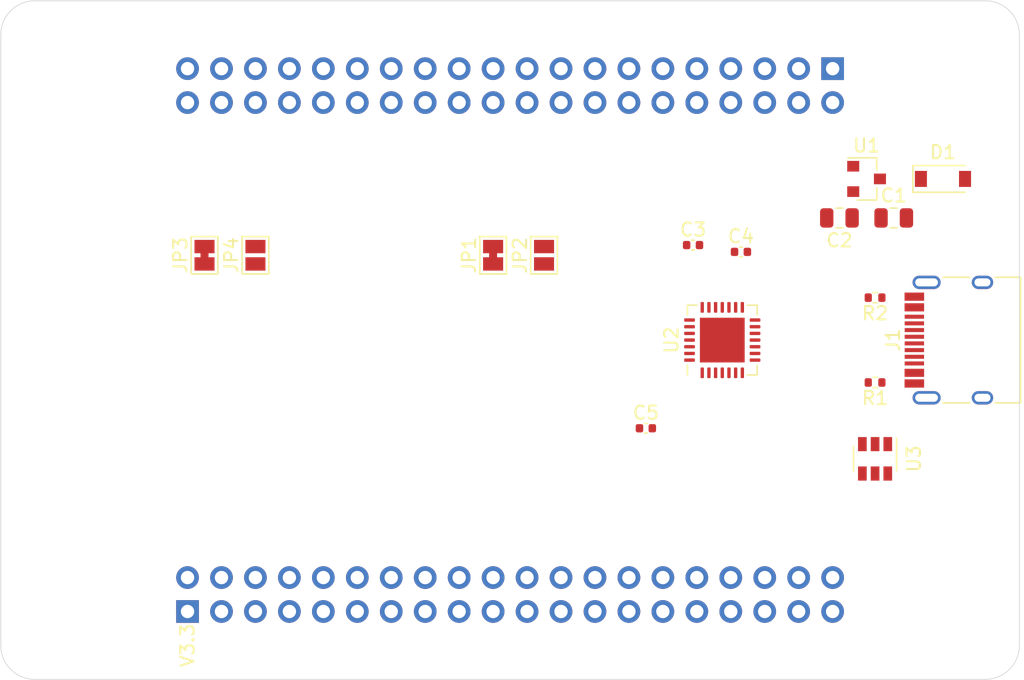
<source format=kicad_pcb>
(kicad_pcb (version 20171130) (host pcbnew 5.1.9+dfsg1-1)

  (general
    (thickness 1.6)
    (drawings 8)
    (tracks 0)
    (zones 0)
    (modules 17)
    (nets 119)
  )

  (page A4)
  (layers
    (0 F.Cu signal)
    (31 B.Cu signal)
    (32 B.Adhes user)
    (33 F.Adhes user)
    (34 B.Paste user)
    (35 F.Paste user)
    (36 B.SilkS user)
    (37 F.SilkS user)
    (38 B.Mask user)
    (39 F.Mask user)
    (40 Dwgs.User user)
    (41 Cmts.User user)
    (42 Eco1.User user)
    (43 Eco2.User user)
    (44 Edge.Cuts user)
    (45 Margin user)
    (46 B.CrtYd user)
    (47 F.CrtYd user)
    (48 B.Fab user hide)
    (49 F.Fab user hide)
  )

  (setup
    (last_trace_width 0.25)
    (trace_clearance 0.2)
    (zone_clearance 0.508)
    (zone_45_only no)
    (trace_min 0.2)
    (via_size 0.8)
    (via_drill 0.4)
    (via_min_size 0.4)
    (via_min_drill 0.3)
    (uvia_size 0.3)
    (uvia_drill 0.1)
    (uvias_allowed no)
    (uvia_min_size 0.2)
    (uvia_min_drill 0.1)
    (edge_width 0.05)
    (segment_width 0.2)
    (pcb_text_width 0.3)
    (pcb_text_size 1.5 1.5)
    (mod_edge_width 0.12)
    (mod_text_size 1 1)
    (mod_text_width 0.15)
    (pad_size 1.524 1.524)
    (pad_drill 0.762)
    (pad_to_mask_clearance 0)
    (aux_axis_origin 0 0)
    (grid_origin 152.4 101.6)
    (visible_elements FFFFFF7F)
    (pcbplotparams
      (layerselection 0x010fc_ffffffff)
      (usegerberextensions false)
      (usegerberattributes true)
      (usegerberadvancedattributes true)
      (creategerberjobfile true)
      (excludeedgelayer true)
      (linewidth 0.100000)
      (plotframeref false)
      (viasonmask false)
      (mode 1)
      (useauxorigin false)
      (hpglpennumber 1)
      (hpglpenspeed 20)
      (hpglpendiameter 15.000000)
      (psnegative false)
      (psa4output false)
      (plotreference true)
      (plotvalue true)
      (plotinvisibletext false)
      (padsonsilk false)
      (subtractmaskfromsilk false)
      (outputformat 1)
      (mirror false)
      (drillshape 1)
      (scaleselection 1)
      (outputdirectory ""))
  )

  (net 0 "")
  (net 1 GND)
  (net 2 +5V)
  (net 3 +3V3)
  (net 4 VBUS)
  (net 5 "Net-(J1-PadB8)")
  (net 6 "Net-(J1-PadA5)")
  (net 7 "Net-(J1-PadA8)")
  (net 8 "Net-(J1-PadB5)")
  (net 9 "Net-(J2-Pad80)")
  (net 10 "Net-(J2-Pad79)")
  (net 11 "Net-(J2-Pad78)")
  (net 12 "Net-(J2-Pad77)")
  (net 13 "Net-(J2-Pad76)")
  (net 14 "Net-(J2-Pad75)")
  (net 15 "Net-(J2-Pad74)")
  (net 16 "Net-(J2-Pad73)")
  (net 17 "Net-(J2-Pad72)")
  (net 18 "Net-(J2-Pad71)")
  (net 19 "Net-(J2-Pad70)")
  (net 20 "Net-(J2-Pad69)")
  (net 21 "Net-(J2-Pad66)")
  (net 22 "Net-(J2-Pad65)")
  (net 23 "Net-(J2-Pad64)")
  (net 24 "Net-(J2-Pad63)")
  (net 25 "Net-(J2-Pad62)")
  (net 26 "Net-(J2-Pad61)")
  (net 27 "Net-(J2-Pad60)")
  (net 28 "Net-(J2-Pad59)")
  (net 29 "Net-(J2-Pad58)")
  (net 30 "Net-(J2-Pad57)")
  (net 31 "Net-(J2-Pad56)")
  (net 32 "Net-(J2-Pad55)")
  (net 33 "Net-(J2-Pad54)")
  (net 34 "Net-(J2-Pad53)")
  (net 35 "Net-(J2-Pad52)")
  (net 36 "Net-(J2-Pad49)")
  (net 37 "Net-(J2-Pad48)")
  (net 38 "Net-(J2-Pad47)")
  (net 39 "Net-(J2-Pad46)")
  (net 40 "Net-(J2-Pad45)")
  (net 41 "Net-(J2-Pad44)")
  (net 42 "Net-(J2-Pad43)")
  (net 43 "Net-(J2-Pad42)")
  (net 44 "Net-(J2-Pad41)")
  (net 45 "Net-(J2-Pad40)")
  (net 46 "Net-(J2-Pad39)")
  (net 47 "Net-(J2-Pad38)")
  (net 48 "Net-(J2-Pad37)")
  (net 49 "Net-(J2-Pad36)")
  (net 50 "Net-(J2-Pad35)")
  (net 51 "Net-(J2-Pad34)")
  (net 52 "Net-(J2-Pad33)")
  (net 53 "Net-(J2-Pad32)")
  (net 54 "Net-(J2-Pad31)")
  (net 55 "Net-(J2-Pad30)")
  (net 56 "Net-(J2-Pad29)")
  (net 57 "Net-(J2-Pad28)")
  (net 58 "Net-(J2-Pad27)")
  (net 59 "Net-(J2-Pad26)")
  (net 60 "Net-(J2-Pad25)")
  (net 61 "Net-(J2-Pad24)")
  (net 62 "Net-(J2-Pad23)")
  (net 63 "Net-(J2-Pad22)")
  (net 64 "Net-(J2-Pad21)")
  (net 65 "Net-(J2-Pad20)")
  (net 66 "Net-(J2-Pad19)")
  (net 67 "Net-(J2-Pad18)")
  (net 68 "Net-(J2-Pad17)")
  (net 69 "Net-(J2-Pad16)")
  (net 70 "Net-(J2-Pad15)")
  (net 71 "Net-(J2-Pad14)")
  (net 72 "Net-(J2-Pad13)")
  (net 73 "Net-(J2-Pad12)")
  (net 74 "Net-(J2-Pad11)")
  (net 75 "Net-(J2-Pad10)")
  (net 76 "Net-(J2-Pad9)")
  (net 77 "Net-(J2-Pad8)")
  (net 78 "Net-(J2-Pad7)")
  (net 79 "Net-(J2-Pad6)")
  (net 80 "Net-(J2-Pad5)")
  (net 81 "Net-(J2-Pad4)")
  (net 82 "Net-(J2-Pad3)")
  (net 83 "Net-(J2-Pad2)")
  (net 84 "Net-(J2-Pad1)")
  (net 85 "Net-(U2-Pad29)")
  (net 86 "Net-(U2-Pad28)")
  (net 87 "Net-(U2-Pad27)")
  (net 88 "Net-(U2-Pad24)")
  (net 89 "Net-(U2-Pad23)")
  (net 90 "Net-(U2-Pad22)")
  (net 91 "Net-(U2-Pad21)")
  (net 92 "Net-(U2-Pad20)")
  (net 93 "Net-(U2-Pad19)")
  (net 94 "Net-(U2-Pad18)")
  (net 95 "Net-(U2-Pad17)")
  (net 96 "Net-(U2-Pad16)")
  (net 97 "Net-(U2-Pad15)")
  (net 98 "Net-(U2-Pad14)")
  (net 99 "Net-(U2-Pad13)")
  (net 100 "Net-(U2-Pad12)")
  (net 101 "Net-(U2-Pad11)")
  (net 102 "Net-(U2-Pad10)")
  (net 103 "Net-(U2-Pad9)")
  (net 104 "Net-(U2-Pad8)")
  (net 105 "Net-(U2-Pad7)")
  (net 106 "Net-(U2-Pad6)")
  (net 107 "Net-(U2-Pad2)")
  (net 108 "Net-(U2-Pad1)")
  (net 109 DM)
  (net 110 DP)
  (net 111 "Net-(JP1-Pad1)")
  (net 112 U1RX0)
  (net 113 U1TX0)
  (net 114 U1RX1)
  (net 115 U1TX1)
  (net 116 "Net-(JP3-Pad1)")
  (net 117 "Net-(U3-Pad3)")
  (net 118 "Net-(U3-Pad1)")

  (net_class Default "This is the default net class."
    (clearance 0.2)
    (trace_width 0.25)
    (via_dia 0.8)
    (via_drill 0.4)
    (uvia_dia 0.3)
    (uvia_drill 0.1)
    (add_net +3V3)
    (add_net +5V)
    (add_net DM)
    (add_net DP)
    (add_net GND)
    (add_net "Net-(J1-PadA5)")
    (add_net "Net-(J1-PadA8)")
    (add_net "Net-(J1-PadB5)")
    (add_net "Net-(J1-PadB8)")
    (add_net "Net-(J2-Pad1)")
    (add_net "Net-(J2-Pad10)")
    (add_net "Net-(J2-Pad11)")
    (add_net "Net-(J2-Pad12)")
    (add_net "Net-(J2-Pad13)")
    (add_net "Net-(J2-Pad14)")
    (add_net "Net-(J2-Pad15)")
    (add_net "Net-(J2-Pad16)")
    (add_net "Net-(J2-Pad17)")
    (add_net "Net-(J2-Pad18)")
    (add_net "Net-(J2-Pad19)")
    (add_net "Net-(J2-Pad2)")
    (add_net "Net-(J2-Pad20)")
    (add_net "Net-(J2-Pad21)")
    (add_net "Net-(J2-Pad22)")
    (add_net "Net-(J2-Pad23)")
    (add_net "Net-(J2-Pad24)")
    (add_net "Net-(J2-Pad25)")
    (add_net "Net-(J2-Pad26)")
    (add_net "Net-(J2-Pad27)")
    (add_net "Net-(J2-Pad28)")
    (add_net "Net-(J2-Pad29)")
    (add_net "Net-(J2-Pad3)")
    (add_net "Net-(J2-Pad30)")
    (add_net "Net-(J2-Pad31)")
    (add_net "Net-(J2-Pad32)")
    (add_net "Net-(J2-Pad33)")
    (add_net "Net-(J2-Pad34)")
    (add_net "Net-(J2-Pad35)")
    (add_net "Net-(J2-Pad36)")
    (add_net "Net-(J2-Pad37)")
    (add_net "Net-(J2-Pad38)")
    (add_net "Net-(J2-Pad39)")
    (add_net "Net-(J2-Pad4)")
    (add_net "Net-(J2-Pad40)")
    (add_net "Net-(J2-Pad41)")
    (add_net "Net-(J2-Pad42)")
    (add_net "Net-(J2-Pad43)")
    (add_net "Net-(J2-Pad44)")
    (add_net "Net-(J2-Pad45)")
    (add_net "Net-(J2-Pad46)")
    (add_net "Net-(J2-Pad47)")
    (add_net "Net-(J2-Pad48)")
    (add_net "Net-(J2-Pad49)")
    (add_net "Net-(J2-Pad5)")
    (add_net "Net-(J2-Pad52)")
    (add_net "Net-(J2-Pad53)")
    (add_net "Net-(J2-Pad54)")
    (add_net "Net-(J2-Pad55)")
    (add_net "Net-(J2-Pad56)")
    (add_net "Net-(J2-Pad57)")
    (add_net "Net-(J2-Pad58)")
    (add_net "Net-(J2-Pad59)")
    (add_net "Net-(J2-Pad6)")
    (add_net "Net-(J2-Pad60)")
    (add_net "Net-(J2-Pad61)")
    (add_net "Net-(J2-Pad62)")
    (add_net "Net-(J2-Pad63)")
    (add_net "Net-(J2-Pad64)")
    (add_net "Net-(J2-Pad65)")
    (add_net "Net-(J2-Pad66)")
    (add_net "Net-(J2-Pad69)")
    (add_net "Net-(J2-Pad7)")
    (add_net "Net-(J2-Pad70)")
    (add_net "Net-(J2-Pad71)")
    (add_net "Net-(J2-Pad72)")
    (add_net "Net-(J2-Pad73)")
    (add_net "Net-(J2-Pad74)")
    (add_net "Net-(J2-Pad75)")
    (add_net "Net-(J2-Pad76)")
    (add_net "Net-(J2-Pad77)")
    (add_net "Net-(J2-Pad78)")
    (add_net "Net-(J2-Pad79)")
    (add_net "Net-(J2-Pad8)")
    (add_net "Net-(J2-Pad80)")
    (add_net "Net-(J2-Pad9)")
    (add_net "Net-(JP1-Pad1)")
    (add_net "Net-(JP3-Pad1)")
    (add_net "Net-(U2-Pad1)")
    (add_net "Net-(U2-Pad10)")
    (add_net "Net-(U2-Pad11)")
    (add_net "Net-(U2-Pad12)")
    (add_net "Net-(U2-Pad13)")
    (add_net "Net-(U2-Pad14)")
    (add_net "Net-(U2-Pad15)")
    (add_net "Net-(U2-Pad16)")
    (add_net "Net-(U2-Pad17)")
    (add_net "Net-(U2-Pad18)")
    (add_net "Net-(U2-Pad19)")
    (add_net "Net-(U2-Pad2)")
    (add_net "Net-(U2-Pad20)")
    (add_net "Net-(U2-Pad21)")
    (add_net "Net-(U2-Pad22)")
    (add_net "Net-(U2-Pad23)")
    (add_net "Net-(U2-Pad24)")
    (add_net "Net-(U2-Pad27)")
    (add_net "Net-(U2-Pad28)")
    (add_net "Net-(U2-Pad29)")
    (add_net "Net-(U2-Pad6)")
    (add_net "Net-(U2-Pad7)")
    (add_net "Net-(U2-Pad8)")
    (add_net "Net-(U2-Pad9)")
    (add_net "Net-(U3-Pad1)")
    (add_net "Net-(U3-Pad3)")
    (add_net U1RX0)
    (add_net U1RX1)
    (add_net U1TX0)
    (add_net U1TX1)
    (add_net VBUS)
  )

  (module Package_TO_SOT_SMD:SOT-23-6 (layer F.Cu) (tedit 5A02FF57) (tstamp 60D45BC0)
    (at 179.705 110.49 270)
    (descr "6-pin SOT-23 package")
    (tags SOT-23-6)
    (path /60D4D417)
    (attr smd)
    (fp_text reference U3 (at 0 -2.9 90) (layer F.SilkS)
      (effects (font (size 1 1) (thickness 0.15)))
    )
    (fp_text value SRV05-4 (at 0 2.9 90) (layer F.Fab)
      (effects (font (size 1 1) (thickness 0.15)))
    )
    (fp_text user %R (at 0 0) (layer F.Fab)
      (effects (font (size 0.5 0.5) (thickness 0.075)))
    )
    (fp_line (start -0.9 1.61) (end 0.9 1.61) (layer F.SilkS) (width 0.12))
    (fp_line (start 0.9 -1.61) (end -1.55 -1.61) (layer F.SilkS) (width 0.12))
    (fp_line (start 1.9 -1.8) (end -1.9 -1.8) (layer F.CrtYd) (width 0.05))
    (fp_line (start 1.9 1.8) (end 1.9 -1.8) (layer F.CrtYd) (width 0.05))
    (fp_line (start -1.9 1.8) (end 1.9 1.8) (layer F.CrtYd) (width 0.05))
    (fp_line (start -1.9 -1.8) (end -1.9 1.8) (layer F.CrtYd) (width 0.05))
    (fp_line (start -0.9 -0.9) (end -0.25 -1.55) (layer F.Fab) (width 0.1))
    (fp_line (start 0.9 -1.55) (end -0.25 -1.55) (layer F.Fab) (width 0.1))
    (fp_line (start -0.9 -0.9) (end -0.9 1.55) (layer F.Fab) (width 0.1))
    (fp_line (start 0.9 1.55) (end -0.9 1.55) (layer F.Fab) (width 0.1))
    (fp_line (start 0.9 -1.55) (end 0.9 1.55) (layer F.Fab) (width 0.1))
    (pad 5 smd rect (at 1.1 0 270) (size 1.06 0.65) (layers F.Cu F.Paste F.Mask)
      (net 4 VBUS))
    (pad 6 smd rect (at 1.1 -0.95 270) (size 1.06 0.65) (layers F.Cu F.Paste F.Mask)
      (net 109 DM))
    (pad 4 smd rect (at 1.1 0.95 270) (size 1.06 0.65) (layers F.Cu F.Paste F.Mask)
      (net 110 DP))
    (pad 3 smd rect (at -1.1 0.95 270) (size 1.06 0.65) (layers F.Cu F.Paste F.Mask)
      (net 117 "Net-(U3-Pad3)"))
    (pad 2 smd rect (at -1.1 0 270) (size 1.06 0.65) (layers F.Cu F.Paste F.Mask)
      (net 1 GND))
    (pad 1 smd rect (at -1.1 -0.95 270) (size 1.06 0.65) (layers F.Cu F.Paste F.Mask)
      (net 118 "Net-(U3-Pad1)"))
    (model ${KISYS3DMOD}/Package_TO_SOT_SMD.3dshapes/SOT-23-6.wrl
      (at (xyz 0 0 0))
      (scale (xyz 1 1 1))
      (rotate (xyz 0 0 0))
    )
  )

  (module Jumper:SolderJumper-2_P1.3mm_Open_Pad1.0x1.5mm (layer F.Cu) (tedit 5A3EABFC) (tstamp 60D2F4D7)
    (at 133.35 95.25 90)
    (descr "SMD Solder Jumper, 1x1.5mm Pads, 0.3mm gap, open")
    (tags "solder jumper open")
    (path /612BE955)
    (attr virtual)
    (fp_text reference JP4 (at 0 -1.8 90) (layer F.SilkS)
      (effects (font (size 1 1) (thickness 0.15)))
    )
    (fp_text value ~ (at 0 1.9 90) (layer F.Fab)
      (effects (font (size 1 1) (thickness 0.15)))
    )
    (fp_line (start 1.65 1.25) (end -1.65 1.25) (layer F.CrtYd) (width 0.05))
    (fp_line (start 1.65 1.25) (end 1.65 -1.25) (layer F.CrtYd) (width 0.05))
    (fp_line (start -1.65 -1.25) (end -1.65 1.25) (layer F.CrtYd) (width 0.05))
    (fp_line (start -1.65 -1.25) (end 1.65 -1.25) (layer F.CrtYd) (width 0.05))
    (fp_line (start -1.4 -1) (end 1.4 -1) (layer F.SilkS) (width 0.12))
    (fp_line (start 1.4 -1) (end 1.4 1) (layer F.SilkS) (width 0.12))
    (fp_line (start 1.4 1) (end -1.4 1) (layer F.SilkS) (width 0.12))
    (fp_line (start -1.4 1) (end -1.4 -1) (layer F.SilkS) (width 0.12))
    (pad 1 smd rect (at -0.65 0 90) (size 1 1.5) (layers F.Cu F.Mask)
      (net 116 "Net-(JP3-Pad1)"))
    (pad 2 smd rect (at 0.65 0 90) (size 1 1.5) (layers F.Cu F.Mask)
      (net 114 U1RX1))
  )

  (module Jumper:SolderJumper-2_P1.3mm_Bridged_Pad1.0x1.5mm (layer F.Cu) (tedit 5C756AB2) (tstamp 60D2F4C9)
    (at 129.54 95.25 90)
    (descr "SMD Solder Jumper, 1x1.5mm Pads, 0.3mm gap, bridged with 1 copper strip")
    (tags "solder jumper open")
    (path /612BE214)
    (attr virtual)
    (fp_text reference JP3 (at 0 -1.8 90) (layer F.SilkS)
      (effects (font (size 1 1) (thickness 0.15)))
    )
    (fp_text value ~ (at 0 1.9 90) (layer F.Fab)
      (effects (font (size 1 1) (thickness 0.15)))
    )
    (fp_poly (pts (xy -0.25 -0.3) (xy 0.25 -0.3) (xy 0.25 0.3) (xy -0.25 0.3)) (layer F.Cu) (width 0))
    (fp_line (start 1.65 1.25) (end -1.65 1.25) (layer F.CrtYd) (width 0.05))
    (fp_line (start 1.65 1.25) (end 1.65 -1.25) (layer F.CrtYd) (width 0.05))
    (fp_line (start -1.65 -1.25) (end -1.65 1.25) (layer F.CrtYd) (width 0.05))
    (fp_line (start -1.65 -1.25) (end 1.65 -1.25) (layer F.CrtYd) (width 0.05))
    (fp_line (start -1.4 -1) (end 1.4 -1) (layer F.SilkS) (width 0.12))
    (fp_line (start 1.4 -1) (end 1.4 1) (layer F.SilkS) (width 0.12))
    (fp_line (start 1.4 1) (end -1.4 1) (layer F.SilkS) (width 0.12))
    (fp_line (start -1.4 1) (end -1.4 -1) (layer F.SilkS) (width 0.12))
    (pad 2 smd rect (at 0.65 0 90) (size 1 1.5) (layers F.Cu F.Mask)
      (net 112 U1RX0))
    (pad 1 smd rect (at -0.65 0 90) (size 1 1.5) (layers F.Cu F.Mask)
      (net 116 "Net-(JP3-Pad1)"))
  )

  (module Jumper:SolderJumper-2_P1.3mm_Open_Pad1.0x1.5mm (layer F.Cu) (tedit 5A3EABFC) (tstamp 60D2EB49)
    (at 154.94 95.25 90)
    (descr "SMD Solder Jumper, 1x1.5mm Pads, 0.3mm gap, open")
    (tags "solder jumper open")
    (path /612BA057)
    (attr virtual)
    (fp_text reference JP2 (at 0 -1.8 90) (layer F.SilkS)
      (effects (font (size 1 1) (thickness 0.15)))
    )
    (fp_text value ~ (at 0 1.9 90) (layer F.Fab)
      (effects (font (size 1 1) (thickness 0.15)))
    )
    (fp_line (start 1.65 1.25) (end -1.65 1.25) (layer F.CrtYd) (width 0.05))
    (fp_line (start 1.65 1.25) (end 1.65 -1.25) (layer F.CrtYd) (width 0.05))
    (fp_line (start -1.65 -1.25) (end -1.65 1.25) (layer F.CrtYd) (width 0.05))
    (fp_line (start -1.65 -1.25) (end 1.65 -1.25) (layer F.CrtYd) (width 0.05))
    (fp_line (start -1.4 -1) (end 1.4 -1) (layer F.SilkS) (width 0.12))
    (fp_line (start 1.4 -1) (end 1.4 1) (layer F.SilkS) (width 0.12))
    (fp_line (start 1.4 1) (end -1.4 1) (layer F.SilkS) (width 0.12))
    (fp_line (start -1.4 1) (end -1.4 -1) (layer F.SilkS) (width 0.12))
    (pad 1 smd rect (at -0.65 0 90) (size 1 1.5) (layers F.Cu F.Mask)
      (net 111 "Net-(JP1-Pad1)"))
    (pad 2 smd rect (at 0.65 0 90) (size 1 1.5) (layers F.Cu F.Mask)
      (net 115 U1TX1))
  )

  (module Jumper:SolderJumper-2_P1.3mm_Bridged_Pad1.0x1.5mm (layer F.Cu) (tedit 5C756AB2) (tstamp 60D2EB3B)
    (at 151.13 95.25 90)
    (descr "SMD Solder Jumper, 1x1.5mm Pads, 0.3mm gap, bridged with 1 copper strip")
    (tags "solder jumper open")
    (path /612B830E)
    (attr virtual)
    (fp_text reference JP1 (at 0 -1.8 90) (layer F.SilkS)
      (effects (font (size 1 1) (thickness 0.15)))
    )
    (fp_text value ~ (at 0 1.9 90) (layer F.Fab)
      (effects (font (size 1 1) (thickness 0.15)))
    )
    (fp_poly (pts (xy -0.25 -0.3) (xy 0.25 -0.3) (xy 0.25 0.3) (xy -0.25 0.3)) (layer F.Cu) (width 0))
    (fp_line (start 1.65 1.25) (end -1.65 1.25) (layer F.CrtYd) (width 0.05))
    (fp_line (start 1.65 1.25) (end 1.65 -1.25) (layer F.CrtYd) (width 0.05))
    (fp_line (start -1.65 -1.25) (end -1.65 1.25) (layer F.CrtYd) (width 0.05))
    (fp_line (start -1.65 -1.25) (end 1.65 -1.25) (layer F.CrtYd) (width 0.05))
    (fp_line (start -1.4 -1) (end 1.4 -1) (layer F.SilkS) (width 0.12))
    (fp_line (start 1.4 -1) (end 1.4 1) (layer F.SilkS) (width 0.12))
    (fp_line (start 1.4 1) (end -1.4 1) (layer F.SilkS) (width 0.12))
    (fp_line (start -1.4 1) (end -1.4 -1) (layer F.SilkS) (width 0.12))
    (pad 2 smd rect (at 0.65 0 90) (size 1 1.5) (layers F.Cu F.Mask)
      (net 113 U1TX0))
    (pad 1 smd rect (at -0.65 0 90) (size 1 1.5) (layers F.Cu F.Mask)
      (net 111 "Net-(JP1-Pad1)"))
  )

  (module Package_DFN_QFN:QFN-28-1EP_5x5mm_P0.5mm_EP3.35x3.35mm (layer F.Cu) (tedit 5DC5F6A4) (tstamp 60D2D397)
    (at 168.275 101.6 90)
    (descr "QFN, 28 Pin (http://ww1.microchip.com/downloads/en/PackagingSpec/00000049BQ.pdf#page=283), generated with kicad-footprint-generator ipc_noLead_generator.py")
    (tags "QFN NoLead")
    (path /6122714A)
    (attr smd)
    (fp_text reference U2 (at 0 -3.8 90) (layer F.SilkS)
      (effects (font (size 1 1) (thickness 0.15)))
    )
    (fp_text value CP2102N (at 0 3.8 90) (layer F.Fab)
      (effects (font (size 1 1) (thickness 0.15)))
    )
    (fp_line (start 3.1 -3.1) (end -3.1 -3.1) (layer F.CrtYd) (width 0.05))
    (fp_line (start 3.1 3.1) (end 3.1 -3.1) (layer F.CrtYd) (width 0.05))
    (fp_line (start -3.1 3.1) (end 3.1 3.1) (layer F.CrtYd) (width 0.05))
    (fp_line (start -3.1 -3.1) (end -3.1 3.1) (layer F.CrtYd) (width 0.05))
    (fp_line (start -2.5 -1.5) (end -1.5 -2.5) (layer F.Fab) (width 0.1))
    (fp_line (start -2.5 2.5) (end -2.5 -1.5) (layer F.Fab) (width 0.1))
    (fp_line (start 2.5 2.5) (end -2.5 2.5) (layer F.Fab) (width 0.1))
    (fp_line (start 2.5 -2.5) (end 2.5 2.5) (layer F.Fab) (width 0.1))
    (fp_line (start -1.5 -2.5) (end 2.5 -2.5) (layer F.Fab) (width 0.1))
    (fp_line (start -1.885 -2.61) (end -2.61 -2.61) (layer F.SilkS) (width 0.12))
    (fp_line (start 2.61 2.61) (end 2.61 1.885) (layer F.SilkS) (width 0.12))
    (fp_line (start 1.885 2.61) (end 2.61 2.61) (layer F.SilkS) (width 0.12))
    (fp_line (start -2.61 2.61) (end -2.61 1.885) (layer F.SilkS) (width 0.12))
    (fp_line (start -1.885 2.61) (end -2.61 2.61) (layer F.SilkS) (width 0.12))
    (fp_line (start 2.61 -2.61) (end 2.61 -1.885) (layer F.SilkS) (width 0.12))
    (fp_line (start 1.885 -2.61) (end 2.61 -2.61) (layer F.SilkS) (width 0.12))
    (fp_text user %R (at 0 0 90) (layer F.Fab)
      (effects (font (size 1 1) (thickness 0.15)))
    )
    (pad "" smd roundrect (at 1.12 1.12 90) (size 0.9 0.9) (layers F.Paste) (roundrect_rratio 0.25))
    (pad "" smd roundrect (at 1.12 0 90) (size 0.9 0.9) (layers F.Paste) (roundrect_rratio 0.25))
    (pad "" smd roundrect (at 1.12 -1.12 90) (size 0.9 0.9) (layers F.Paste) (roundrect_rratio 0.25))
    (pad "" smd roundrect (at 0 1.12 90) (size 0.9 0.9) (layers F.Paste) (roundrect_rratio 0.25))
    (pad "" smd roundrect (at 0 0 90) (size 0.9 0.9) (layers F.Paste) (roundrect_rratio 0.25))
    (pad "" smd roundrect (at 0 -1.12 90) (size 0.9 0.9) (layers F.Paste) (roundrect_rratio 0.25))
    (pad "" smd roundrect (at -1.12 1.12 90) (size 0.9 0.9) (layers F.Paste) (roundrect_rratio 0.25))
    (pad "" smd roundrect (at -1.12 0 90) (size 0.9 0.9) (layers F.Paste) (roundrect_rratio 0.25))
    (pad "" smd roundrect (at -1.12 -1.12 90) (size 0.9 0.9) (layers F.Paste) (roundrect_rratio 0.25))
    (pad 29 smd rect (at 0 0 90) (size 3.35 3.35) (layers F.Cu F.Mask)
      (net 85 "Net-(U2-Pad29)"))
    (pad 28 smd roundrect (at -1.5 -2.45 90) (size 0.25 0.8) (layers F.Cu F.Paste F.Mask) (roundrect_rratio 0.25)
      (net 86 "Net-(U2-Pad28)"))
    (pad 27 smd roundrect (at -1 -2.45 90) (size 0.25 0.8) (layers F.Cu F.Paste F.Mask) (roundrect_rratio 0.25)
      (net 87 "Net-(U2-Pad27)"))
    (pad 26 smd roundrect (at -0.5 -2.45 90) (size 0.25 0.8) (layers F.Cu F.Paste F.Mask) (roundrect_rratio 0.25)
      (net 116 "Net-(JP3-Pad1)"))
    (pad 25 smd roundrect (at 0 -2.45 90) (size 0.25 0.8) (layers F.Cu F.Paste F.Mask) (roundrect_rratio 0.25)
      (net 111 "Net-(JP1-Pad1)"))
    (pad 24 smd roundrect (at 0.5 -2.45 90) (size 0.25 0.8) (layers F.Cu F.Paste F.Mask) (roundrect_rratio 0.25)
      (net 88 "Net-(U2-Pad24)"))
    (pad 23 smd roundrect (at 1 -2.45 90) (size 0.25 0.8) (layers F.Cu F.Paste F.Mask) (roundrect_rratio 0.25)
      (net 89 "Net-(U2-Pad23)"))
    (pad 22 smd roundrect (at 1.5 -2.45 90) (size 0.25 0.8) (layers F.Cu F.Paste F.Mask) (roundrect_rratio 0.25)
      (net 90 "Net-(U2-Pad22)"))
    (pad 21 smd roundrect (at 2.45 -1.5 90) (size 0.8 0.25) (layers F.Cu F.Paste F.Mask) (roundrect_rratio 0.25)
      (net 91 "Net-(U2-Pad21)"))
    (pad 20 smd roundrect (at 2.45 -1 90) (size 0.8 0.25) (layers F.Cu F.Paste F.Mask) (roundrect_rratio 0.25)
      (net 92 "Net-(U2-Pad20)"))
    (pad 19 smd roundrect (at 2.45 -0.5 90) (size 0.8 0.25) (layers F.Cu F.Paste F.Mask) (roundrect_rratio 0.25)
      (net 93 "Net-(U2-Pad19)"))
    (pad 18 smd roundrect (at 2.45 0 90) (size 0.8 0.25) (layers F.Cu F.Paste F.Mask) (roundrect_rratio 0.25)
      (net 94 "Net-(U2-Pad18)"))
    (pad 17 smd roundrect (at 2.45 0.5 90) (size 0.8 0.25) (layers F.Cu F.Paste F.Mask) (roundrect_rratio 0.25)
      (net 95 "Net-(U2-Pad17)"))
    (pad 16 smd roundrect (at 2.45 1 90) (size 0.8 0.25) (layers F.Cu F.Paste F.Mask) (roundrect_rratio 0.25)
      (net 96 "Net-(U2-Pad16)"))
    (pad 15 smd roundrect (at 2.45 1.5 90) (size 0.8 0.25) (layers F.Cu F.Paste F.Mask) (roundrect_rratio 0.25)
      (net 97 "Net-(U2-Pad15)"))
    (pad 14 smd roundrect (at 1.5 2.45 90) (size 0.25 0.8) (layers F.Cu F.Paste F.Mask) (roundrect_rratio 0.25)
      (net 98 "Net-(U2-Pad14)"))
    (pad 13 smd roundrect (at 1 2.45 90) (size 0.25 0.8) (layers F.Cu F.Paste F.Mask) (roundrect_rratio 0.25)
      (net 99 "Net-(U2-Pad13)"))
    (pad 12 smd roundrect (at 0.5 2.45 90) (size 0.25 0.8) (layers F.Cu F.Paste F.Mask) (roundrect_rratio 0.25)
      (net 100 "Net-(U2-Pad12)"))
    (pad 11 smd roundrect (at 0 2.45 90) (size 0.25 0.8) (layers F.Cu F.Paste F.Mask) (roundrect_rratio 0.25)
      (net 101 "Net-(U2-Pad11)"))
    (pad 10 smd roundrect (at -0.5 2.45 90) (size 0.25 0.8) (layers F.Cu F.Paste F.Mask) (roundrect_rratio 0.25)
      (net 102 "Net-(U2-Pad10)"))
    (pad 9 smd roundrect (at -1 2.45 90) (size 0.25 0.8) (layers F.Cu F.Paste F.Mask) (roundrect_rratio 0.25)
      (net 103 "Net-(U2-Pad9)"))
    (pad 8 smd roundrect (at -1.5 2.45 90) (size 0.25 0.8) (layers F.Cu F.Paste F.Mask) (roundrect_rratio 0.25)
      (net 104 "Net-(U2-Pad8)"))
    (pad 7 smd roundrect (at -2.45 1.5 90) (size 0.8 0.25) (layers F.Cu F.Paste F.Mask) (roundrect_rratio 0.25)
      (net 105 "Net-(U2-Pad7)"))
    (pad 6 smd roundrect (at -2.45 1 90) (size 0.8 0.25) (layers F.Cu F.Paste F.Mask) (roundrect_rratio 0.25)
      (net 106 "Net-(U2-Pad6)"))
    (pad 5 smd roundrect (at -2.45 0.5 90) (size 0.8 0.25) (layers F.Cu F.Paste F.Mask) (roundrect_rratio 0.25)
      (net 109 DM))
    (pad 4 smd roundrect (at -2.45 0 90) (size 0.8 0.25) (layers F.Cu F.Paste F.Mask) (roundrect_rratio 0.25)
      (net 110 DP))
    (pad 3 smd roundrect (at -2.45 -0.5 90) (size 0.8 0.25) (layers F.Cu F.Paste F.Mask) (roundrect_rratio 0.25)
      (net 85 "Net-(U2-Pad29)"))
    (pad 2 smd roundrect (at -2.45 -1 90) (size 0.8 0.25) (layers F.Cu F.Paste F.Mask) (roundrect_rratio 0.25)
      (net 107 "Net-(U2-Pad2)"))
    (pad 1 smd roundrect (at -2.45 -1.5 90) (size 0.8 0.25) (layers F.Cu F.Paste F.Mask) (roundrect_rratio 0.25)
      (net 108 "Net-(U2-Pad1)"))
    (model ${KISYS3DMOD}/Package_DFN_QFN.3dshapes/QFN-28-1EP_5x5mm_P0.5mm_EP3.35x3.35mm.wrl
      (at (xyz 0 0 0))
      (scale (xyz 1 1 1))
      (rotate (xyz 0 0 0))
    )
  )

  (module Package_TO_SOT_SMD:SOT-23 (layer F.Cu) (tedit 5A02FF57) (tstamp 60D2D35C)
    (at 179.07 89.535)
    (descr "SOT-23, Standard")
    (tags SOT-23)
    (path /61271995)
    (attr smd)
    (fp_text reference U1 (at 0 -2.5) (layer F.SilkS)
      (effects (font (size 1 1) (thickness 0.15)))
    )
    (fp_text value XC6206P332MR (at 0 2.5) (layer F.Fab)
      (effects (font (size 1 1) (thickness 0.15)))
    )
    (fp_line (start 0.76 1.58) (end -0.7 1.58) (layer F.SilkS) (width 0.12))
    (fp_line (start 0.76 -1.58) (end -1.4 -1.58) (layer F.SilkS) (width 0.12))
    (fp_line (start -1.7 1.75) (end -1.7 -1.75) (layer F.CrtYd) (width 0.05))
    (fp_line (start 1.7 1.75) (end -1.7 1.75) (layer F.CrtYd) (width 0.05))
    (fp_line (start 1.7 -1.75) (end 1.7 1.75) (layer F.CrtYd) (width 0.05))
    (fp_line (start -1.7 -1.75) (end 1.7 -1.75) (layer F.CrtYd) (width 0.05))
    (fp_line (start 0.76 -1.58) (end 0.76 -0.65) (layer F.SilkS) (width 0.12))
    (fp_line (start 0.76 1.58) (end 0.76 0.65) (layer F.SilkS) (width 0.12))
    (fp_line (start -0.7 1.52) (end 0.7 1.52) (layer F.Fab) (width 0.1))
    (fp_line (start 0.7 -1.52) (end 0.7 1.52) (layer F.Fab) (width 0.1))
    (fp_line (start -0.7 -0.95) (end -0.15 -1.52) (layer F.Fab) (width 0.1))
    (fp_line (start -0.15 -1.52) (end 0.7 -1.52) (layer F.Fab) (width 0.1))
    (fp_line (start -0.7 -0.95) (end -0.7 1.5) (layer F.Fab) (width 0.1))
    (fp_text user %R (at 0 0 90) (layer F.Fab)
      (effects (font (size 0.5 0.5) (thickness 0.075)))
    )
    (pad 3 smd rect (at 1 0) (size 0.9 0.8) (layers F.Cu F.Paste F.Mask)
      (net 2 +5V))
    (pad 2 smd rect (at -1 0.95) (size 0.9 0.8) (layers F.Cu F.Paste F.Mask)
      (net 3 +3V3))
    (pad 1 smd rect (at -1 -0.95) (size 0.9 0.8) (layers F.Cu F.Paste F.Mask)
      (net 1 GND))
    (model ${KISYS3DMOD}/Package_TO_SOT_SMD.3dshapes/SOT-23.wrl
      (at (xyz 0 0 0))
      (scale (xyz 1 1 1))
      (rotate (xyz 0 0 0))
    )
  )

  (module Resistor_SMD:R_0402_1005Metric (layer F.Cu) (tedit 5F68FEEE) (tstamp 60D2D325)
    (at 179.705 98.425 180)
    (descr "Resistor SMD 0402 (1005 Metric), square (rectangular) end terminal, IPC_7351 nominal, (Body size source: IPC-SM-782 page 72, https://www.pcb-3d.com/wordpress/wp-content/uploads/ipc-sm-782a_amendment_1_and_2.pdf), generated with kicad-footprint-generator")
    (tags resistor)
    (path /61254E2C)
    (attr smd)
    (fp_text reference R2 (at 0 -1.17) (layer F.SilkS)
      (effects (font (size 1 1) (thickness 0.15)))
    )
    (fp_text value 5.1k (at 0 1.17) (layer F.Fab)
      (effects (font (size 1 1) (thickness 0.15)))
    )
    (fp_line (start 0.93 0.47) (end -0.93 0.47) (layer F.CrtYd) (width 0.05))
    (fp_line (start 0.93 -0.47) (end 0.93 0.47) (layer F.CrtYd) (width 0.05))
    (fp_line (start -0.93 -0.47) (end 0.93 -0.47) (layer F.CrtYd) (width 0.05))
    (fp_line (start -0.93 0.47) (end -0.93 -0.47) (layer F.CrtYd) (width 0.05))
    (fp_line (start -0.153641 0.38) (end 0.153641 0.38) (layer F.SilkS) (width 0.12))
    (fp_line (start -0.153641 -0.38) (end 0.153641 -0.38) (layer F.SilkS) (width 0.12))
    (fp_line (start 0.525 0.27) (end -0.525 0.27) (layer F.Fab) (width 0.1))
    (fp_line (start 0.525 -0.27) (end 0.525 0.27) (layer F.Fab) (width 0.1))
    (fp_line (start -0.525 -0.27) (end 0.525 -0.27) (layer F.Fab) (width 0.1))
    (fp_line (start -0.525 0.27) (end -0.525 -0.27) (layer F.Fab) (width 0.1))
    (fp_text user %R (at 0 0) (layer F.Fab)
      (effects (font (size 0.26 0.26) (thickness 0.04)))
    )
    (pad 2 smd roundrect (at 0.51 0 180) (size 0.54 0.64) (layers F.Cu F.Paste F.Mask) (roundrect_rratio 0.25)
      (net 1 GND))
    (pad 1 smd roundrect (at -0.51 0 180) (size 0.54 0.64) (layers F.Cu F.Paste F.Mask) (roundrect_rratio 0.25)
      (net 8 "Net-(J1-PadB5)"))
    (model ${KISYS3DMOD}/Resistor_SMD.3dshapes/R_0402_1005Metric.wrl
      (at (xyz 0 0 0))
      (scale (xyz 1 1 1))
      (rotate (xyz 0 0 0))
    )
  )

  (module Resistor_SMD:R_0402_1005Metric (layer F.Cu) (tedit 5F68FEEE) (tstamp 60D2D314)
    (at 179.705 104.775 180)
    (descr "Resistor SMD 0402 (1005 Metric), square (rectangular) end terminal, IPC_7351 nominal, (Body size source: IPC-SM-782 page 72, https://www.pcb-3d.com/wordpress/wp-content/uploads/ipc-sm-782a_amendment_1_and_2.pdf), generated with kicad-footprint-generator")
    (tags resistor)
    (path /61254E17)
    (attr smd)
    (fp_text reference R1 (at 0 -1.17) (layer F.SilkS)
      (effects (font (size 1 1) (thickness 0.15)))
    )
    (fp_text value 5.1k (at 0 1.17) (layer F.Fab)
      (effects (font (size 1 1) (thickness 0.15)))
    )
    (fp_line (start 0.93 0.47) (end -0.93 0.47) (layer F.CrtYd) (width 0.05))
    (fp_line (start 0.93 -0.47) (end 0.93 0.47) (layer F.CrtYd) (width 0.05))
    (fp_line (start -0.93 -0.47) (end 0.93 -0.47) (layer F.CrtYd) (width 0.05))
    (fp_line (start -0.93 0.47) (end -0.93 -0.47) (layer F.CrtYd) (width 0.05))
    (fp_line (start -0.153641 0.38) (end 0.153641 0.38) (layer F.SilkS) (width 0.12))
    (fp_line (start -0.153641 -0.38) (end 0.153641 -0.38) (layer F.SilkS) (width 0.12))
    (fp_line (start 0.525 0.27) (end -0.525 0.27) (layer F.Fab) (width 0.1))
    (fp_line (start 0.525 -0.27) (end 0.525 0.27) (layer F.Fab) (width 0.1))
    (fp_line (start -0.525 -0.27) (end 0.525 -0.27) (layer F.Fab) (width 0.1))
    (fp_line (start -0.525 0.27) (end -0.525 -0.27) (layer F.Fab) (width 0.1))
    (fp_text user %R (at 0 0) (layer F.Fab)
      (effects (font (size 0.26 0.26) (thickness 0.04)))
    )
    (pad 2 smd roundrect (at 0.51 0 180) (size 0.54 0.64) (layers F.Cu F.Paste F.Mask) (roundrect_rratio 0.25)
      (net 1 GND))
    (pad 1 smd roundrect (at -0.51 0 180) (size 0.54 0.64) (layers F.Cu F.Paste F.Mask) (roundrect_rratio 0.25)
      (net 6 "Net-(J1-PadA5)"))
    (model ${KISYS3DMOD}/Resistor_SMD.3dshapes/R_0402_1005Metric.wrl
      (at (xyz 0 0 0))
      (scale (xyz 1 1 1))
      (rotate (xyz 0 0 0))
    )
  )

  (module stm32world:STM32WORLD_BASE (layer F.Cu) (tedit 60D0186C) (tstamp 60D45D60)
    (at 152.4 101.6)
    (path /61276F56)
    (fp_text reference J2 (at 0 -26.67) (layer F.SilkS) hide
      (effects (font (size 1 1) (thickness 0.15)))
    )
    (fp_text value STM32WORLD_BASE (at 0 26.67) (layer F.Fab)
      (effects (font (size 1 1) (thickness 0.15)))
    )
    (fp_line (start 38.1 22.86) (end 38.1 -22.86) (layer F.Fab) (width 0.12))
    (fp_line (start -35.56 25.4) (end 35.56 25.4) (layer F.Fab) (width 0.12))
    (fp_line (start -38.1 -22.86) (end -38.1 22.86) (layer F.Fab) (width 0.12))
    (fp_line (start 35.56 -25.4) (end -35.56 -25.4) (layer F.Fab) (width 0.12))
    (fp_text user V3.3 (at -24.13 22.86 90) (layer F.SilkS)
      (effects (font (size 1 1) (thickness 0.15)))
    )
    (fp_arc (start 35.56 -22.86) (end 38.1 -22.86) (angle -90) (layer F.Fab) (width 0.12))
    (fp_arc (start 35.56 22.86) (end 35.56 25.4) (angle -90) (layer F.Fab) (width 0.12))
    (fp_arc (start -35.56 22.86) (end -38.1 22.86) (angle -90) (layer F.Fab) (width 0.12))
    (fp_arc (start -35.56 -22.86) (end -35.56 -25.4) (angle -90) (layer F.Fab) (width 0.12))
    (pad "" np_thru_hole circle (at -34.29 -21.59) (size 3.2 3.2) (drill 3.2) (layers *.Cu *.Mask))
    (pad "" np_thru_hole circle (at 34.29 -21.59) (size 3.2 3.2) (drill 3.2) (layers *.Cu *.Mask))
    (pad "" np_thru_hole circle (at 34.29 21.59) (size 3.2 3.2) (drill 3.2) (layers *.Cu *.Mask))
    (pad "" np_thru_hole circle (at -34.29 21.59) (size 3.2 3.2) (drill 3.2) (layers *.Cu *.Mask))
    (pad 80 thru_hole circle (at -24.13 -17.78) (size 1.7 1.7) (drill 1) (layers *.Cu *.Mask)
      (net 9 "Net-(J2-Pad80)"))
    (pad 79 thru_hole circle (at -24.13 -20.32) (size 1.7 1.7) (drill 1) (layers *.Cu *.Mask)
      (net 10 "Net-(J2-Pad79)"))
    (pad 78 thru_hole circle (at -21.59 -17.78) (size 1.7 1.7) (drill 1) (layers *.Cu *.Mask)
      (net 11 "Net-(J2-Pad78)"))
    (pad 77 thru_hole circle (at -21.59 -20.32) (size 1.7 1.7) (drill 1) (layers *.Cu *.Mask)
      (net 12 "Net-(J2-Pad77)"))
    (pad 76 thru_hole circle (at -19.05 -17.78) (size 1.7 1.7) (drill 1) (layers *.Cu *.Mask)
      (net 13 "Net-(J2-Pad76)"))
    (pad 75 thru_hole circle (at -19.05 -20.32) (size 1.7 1.7) (drill 1) (layers *.Cu *.Mask)
      (net 14 "Net-(J2-Pad75)"))
    (pad 74 thru_hole circle (at -16.51 -17.78) (size 1.7 1.7) (drill 1) (layers *.Cu *.Mask)
      (net 15 "Net-(J2-Pad74)"))
    (pad 73 thru_hole circle (at -16.51 -20.32) (size 1.7 1.7) (drill 1) (layers *.Cu *.Mask)
      (net 16 "Net-(J2-Pad73)"))
    (pad 72 thru_hole circle (at -13.97 -17.78) (size 1.7 1.7) (drill 1) (layers *.Cu *.Mask)
      (net 17 "Net-(J2-Pad72)"))
    (pad 71 thru_hole circle (at -13.97 -20.32) (size 1.7 1.7) (drill 1) (layers *.Cu *.Mask)
      (net 18 "Net-(J2-Pad71)"))
    (pad 70 thru_hole circle (at -11.43 -17.78) (size 1.7 1.7) (drill 1) (layers *.Cu *.Mask)
      (net 19 "Net-(J2-Pad70)"))
    (pad 69 thru_hole circle (at -11.43 -20.32) (size 1.7 1.7) (drill 1) (layers *.Cu *.Mask)
      (net 20 "Net-(J2-Pad69)"))
    (pad 68 thru_hole circle (at -8.89 -17.78) (size 1.7 1.7) (drill 1) (layers *.Cu *.Mask)
      (net 112 U1RX0))
    (pad 67 thru_hole circle (at -8.89 -20.32) (size 1.7 1.7) (drill 1) (layers *.Cu *.Mask)
      (net 113 U1TX0))
    (pad 66 thru_hole circle (at -6.35 -17.78) (size 1.7 1.7) (drill 1) (layers *.Cu *.Mask)
      (net 21 "Net-(J2-Pad66)"))
    (pad 65 thru_hole circle (at -6.35 -20.32) (size 1.7 1.7) (drill 1) (layers *.Cu *.Mask)
      (net 22 "Net-(J2-Pad65)"))
    (pad 64 thru_hole circle (at -3.81 -17.78) (size 1.7 1.7) (drill 1) (layers *.Cu *.Mask)
      (net 23 "Net-(J2-Pad64)"))
    (pad 63 thru_hole circle (at -3.81 -20.32) (size 1.7 1.7) (drill 1) (layers *.Cu *.Mask)
      (net 24 "Net-(J2-Pad63)"))
    (pad 62 thru_hole circle (at -1.27 -17.78) (size 1.7 1.7) (drill 1) (layers *.Cu *.Mask)
      (net 25 "Net-(J2-Pad62)"))
    (pad 61 thru_hole circle (at -1.27 -20.32) (size 1.7 1.7) (drill 1) (layers *.Cu *.Mask)
      (net 26 "Net-(J2-Pad61)"))
    (pad 60 thru_hole circle (at 1.27 -17.78) (size 1.7 1.7) (drill 1) (layers *.Cu *.Mask)
      (net 27 "Net-(J2-Pad60)"))
    (pad 59 thru_hole circle (at 1.27 -20.32) (size 1.7 1.7) (drill 1) (layers *.Cu *.Mask)
      (net 28 "Net-(J2-Pad59)"))
    (pad 58 thru_hole circle (at 3.81 -17.78) (size 1.7 1.7) (drill 1) (layers *.Cu *.Mask)
      (net 29 "Net-(J2-Pad58)"))
    (pad 57 thru_hole circle (at 3.81 -20.32) (size 1.7 1.7) (drill 1) (layers *.Cu *.Mask)
      (net 30 "Net-(J2-Pad57)"))
    (pad 56 thru_hole circle (at 6.35 -17.78) (size 1.7 1.7) (drill 1) (layers *.Cu *.Mask)
      (net 31 "Net-(J2-Pad56)"))
    (pad 55 thru_hole circle (at 6.35 -20.32) (size 1.7 1.7) (drill 1) (layers *.Cu *.Mask)
      (net 32 "Net-(J2-Pad55)"))
    (pad 54 thru_hole circle (at 8.89 -17.78) (size 1.7 1.7) (drill 1) (layers *.Cu *.Mask)
      (net 33 "Net-(J2-Pad54)"))
    (pad 53 thru_hole circle (at 8.89 -20.32) (size 1.7 1.7) (drill 1) (layers *.Cu *.Mask)
      (net 34 "Net-(J2-Pad53)"))
    (pad 52 thru_hole circle (at 11.43 -17.78) (size 1.7 1.7) (drill 1) (layers *.Cu *.Mask)
      (net 35 "Net-(J2-Pad52)"))
    (pad 51 thru_hole circle (at 11.43 -20.32) (size 1.7 1.7) (drill 1) (layers *.Cu *.Mask)
      (net 114 U1RX1))
    (pad 50 thru_hole circle (at 13.97 -17.78) (size 1.7 1.7) (drill 1) (layers *.Cu *.Mask)
      (net 115 U1TX1))
    (pad 49 thru_hole circle (at 13.97 -20.32) (size 1.7 1.7) (drill 1) (layers *.Cu *.Mask)
      (net 36 "Net-(J2-Pad49)"))
    (pad 48 thru_hole circle (at 16.51 -17.78) (size 1.7 1.7) (drill 1) (layers *.Cu *.Mask)
      (net 37 "Net-(J2-Pad48)"))
    (pad 47 thru_hole circle (at 16.51 -20.32) (size 1.7 1.7) (drill 1) (layers *.Cu *.Mask)
      (net 38 "Net-(J2-Pad47)"))
    (pad 46 thru_hole circle (at 19.05 -17.78) (size 1.7 1.7) (drill 1) (layers *.Cu *.Mask)
      (net 39 "Net-(J2-Pad46)"))
    (pad 45 thru_hole circle (at 19.05 -20.32) (size 1.7 1.7) (drill 1) (layers *.Cu *.Mask)
      (net 40 "Net-(J2-Pad45)"))
    (pad 44 thru_hole circle (at 21.59 -17.78) (size 1.7 1.7) (drill 1) (layers *.Cu *.Mask)
      (net 41 "Net-(J2-Pad44)"))
    (pad 43 thru_hole circle (at 21.59 -20.32) (size 1.7 1.7) (drill 1) (layers *.Cu *.Mask)
      (net 42 "Net-(J2-Pad43)"))
    (pad 42 thru_hole circle (at 24.13 -17.78) (size 1.7 1.7) (drill 1) (layers *.Cu *.Mask)
      (net 43 "Net-(J2-Pad42)"))
    (pad 41 thru_hole rect (at 24.13 -20.32) (size 1.7 1.7) (drill 1) (layers *.Cu *.Mask)
      (net 44 "Net-(J2-Pad41)"))
    (pad 40 thru_hole circle (at 24.13 17.78) (size 1.7 1.7) (drill 1) (layers *.Cu *.Mask)
      (net 45 "Net-(J2-Pad40)"))
    (pad 39 thru_hole circle (at 24.13 20.32) (size 1.7 1.7) (drill 1) (layers *.Cu *.Mask)
      (net 46 "Net-(J2-Pad39)"))
    (pad 38 thru_hole circle (at 21.59 17.78) (size 1.7 1.7) (drill 1) (layers *.Cu *.Mask)
      (net 47 "Net-(J2-Pad38)"))
    (pad 37 thru_hole circle (at 21.59 20.32) (size 1.7 1.7) (drill 1) (layers *.Cu *.Mask)
      (net 48 "Net-(J2-Pad37)"))
    (pad 36 thru_hole circle (at 19.05 17.78) (size 1.7 1.7) (drill 1) (layers *.Cu *.Mask)
      (net 49 "Net-(J2-Pad36)"))
    (pad 35 thru_hole circle (at 19.05 20.32) (size 1.7 1.7) (drill 1) (layers *.Cu *.Mask)
      (net 50 "Net-(J2-Pad35)"))
    (pad 34 thru_hole circle (at 16.51 17.78) (size 1.7 1.7) (drill 1) (layers *.Cu *.Mask)
      (net 51 "Net-(J2-Pad34)"))
    (pad 33 thru_hole circle (at 16.51 20.32) (size 1.7 1.7) (drill 1) (layers *.Cu *.Mask)
      (net 52 "Net-(J2-Pad33)"))
    (pad 32 thru_hole circle (at 13.97 17.78) (size 1.7 1.7) (drill 1) (layers *.Cu *.Mask)
      (net 53 "Net-(J2-Pad32)"))
    (pad 31 thru_hole circle (at 13.97 20.32) (size 1.7 1.7) (drill 1) (layers *.Cu *.Mask)
      (net 54 "Net-(J2-Pad31)"))
    (pad 30 thru_hole circle (at 11.43 17.78) (size 1.7 1.7) (drill 1) (layers *.Cu *.Mask)
      (net 55 "Net-(J2-Pad30)"))
    (pad 29 thru_hole circle (at 11.43 20.32) (size 1.7 1.7) (drill 1) (layers *.Cu *.Mask)
      (net 56 "Net-(J2-Pad29)"))
    (pad 28 thru_hole circle (at 8.89 17.78) (size 1.7 1.7) (drill 1) (layers *.Cu *.Mask)
      (net 57 "Net-(J2-Pad28)"))
    (pad 27 thru_hole circle (at 8.89 20.32) (size 1.7 1.7) (drill 1) (layers *.Cu *.Mask)
      (net 58 "Net-(J2-Pad27)"))
    (pad 26 thru_hole circle (at 6.35 17.78) (size 1.7 1.7) (drill 1) (layers *.Cu *.Mask)
      (net 59 "Net-(J2-Pad26)"))
    (pad 25 thru_hole circle (at 6.35 20.32) (size 1.7 1.7) (drill 1) (layers *.Cu *.Mask)
      (net 60 "Net-(J2-Pad25)"))
    (pad 24 thru_hole circle (at 3.81 17.78) (size 1.7 1.7) (drill 1) (layers *.Cu *.Mask)
      (net 61 "Net-(J2-Pad24)"))
    (pad 23 thru_hole circle (at 3.81 20.32) (size 1.7 1.7) (drill 1) (layers *.Cu *.Mask)
      (net 62 "Net-(J2-Pad23)"))
    (pad 22 thru_hole circle (at 1.27 17.78) (size 1.7 1.7) (drill 1) (layers *.Cu *.Mask)
      (net 63 "Net-(J2-Pad22)"))
    (pad 21 thru_hole circle (at 1.27 20.32) (size 1.7 1.7) (drill 1) (layers *.Cu *.Mask)
      (net 64 "Net-(J2-Pad21)"))
    (pad 20 thru_hole circle (at -1.27 17.78) (size 1.7 1.7) (drill 1) (layers *.Cu *.Mask)
      (net 65 "Net-(J2-Pad20)"))
    (pad 19 thru_hole circle (at -1.27 20.32) (size 1.7 1.7) (drill 1) (layers *.Cu *.Mask)
      (net 66 "Net-(J2-Pad19)"))
    (pad 18 thru_hole circle (at -3.81 17.78) (size 1.7 1.7) (drill 1) (layers *.Cu *.Mask)
      (net 67 "Net-(J2-Pad18)"))
    (pad 17 thru_hole circle (at -3.81 20.32) (size 1.7 1.7) (drill 1) (layers *.Cu *.Mask)
      (net 68 "Net-(J2-Pad17)"))
    (pad 16 thru_hole circle (at -6.35 17.78) (size 1.7 1.7) (drill 1) (layers *.Cu *.Mask)
      (net 69 "Net-(J2-Pad16)"))
    (pad 15 thru_hole circle (at -6.35 20.32) (size 1.7 1.7) (drill 1) (layers *.Cu *.Mask)
      (net 70 "Net-(J2-Pad15)"))
    (pad 14 thru_hole circle (at -8.89 17.78) (size 1.7 1.7) (drill 1) (layers *.Cu *.Mask)
      (net 71 "Net-(J2-Pad14)"))
    (pad 13 thru_hole circle (at -8.89 20.32) (size 1.7 1.7) (drill 1) (layers *.Cu *.Mask)
      (net 72 "Net-(J2-Pad13)"))
    (pad 12 thru_hole circle (at -11.43 17.78) (size 1.7 1.7) (drill 1) (layers *.Cu *.Mask)
      (net 73 "Net-(J2-Pad12)"))
    (pad 11 thru_hole circle (at -11.43 20.32) (size 1.7 1.7) (drill 1) (layers *.Cu *.Mask)
      (net 74 "Net-(J2-Pad11)"))
    (pad 10 thru_hole circle (at -13.97 17.78) (size 1.7 1.7) (drill 1) (layers *.Cu *.Mask)
      (net 75 "Net-(J2-Pad10)"))
    (pad 9 thru_hole circle (at -13.97 20.32) (size 1.7 1.7) (drill 1) (layers *.Cu *.Mask)
      (net 76 "Net-(J2-Pad9)"))
    (pad 8 thru_hole circle (at -16.51 17.78) (size 1.7 1.7) (drill 1) (layers *.Cu *.Mask)
      (net 77 "Net-(J2-Pad8)"))
    (pad 7 thru_hole circle (at -16.51 20.32) (size 1.7 1.7) (drill 1) (layers *.Cu *.Mask)
      (net 78 "Net-(J2-Pad7)"))
    (pad 6 thru_hole circle (at -19.05 17.78) (size 1.7 1.7) (drill 1) (layers *.Cu *.Mask)
      (net 79 "Net-(J2-Pad6)"))
    (pad 5 thru_hole circle (at -19.05 20.32) (size 1.7 1.7) (drill 1) (layers *.Cu *.Mask)
      (net 80 "Net-(J2-Pad5)"))
    (pad 4 thru_hole circle (at -21.59 17.78) (size 1.7 1.7) (drill 1) (layers *.Cu *.Mask)
      (net 81 "Net-(J2-Pad4)"))
    (pad 3 thru_hole circle (at -21.59 20.32) (size 1.7 1.7) (drill 1) (layers *.Cu *.Mask)
      (net 82 "Net-(J2-Pad3)"))
    (pad 2 thru_hole circle (at -24.13 17.78) (size 1.7 1.7) (drill 1) (layers *.Cu *.Mask)
      (net 83 "Net-(J2-Pad2)"))
    (pad 1 thru_hole rect (at -24.13 20.32) (size 1.7 1.7) (drill 1) (layers *.Cu *.Mask)
      (net 84 "Net-(J2-Pad1)"))
    (model "${KIPRJMOD}/../lib/2x20 Stacking Header.step"
      (offset (xyz -53.75 28 14.5))
      (scale (xyz 1 1 1))
      (rotate (xyz -90 0 0))
    )
    (model "${KIPRJMOD}/../lib/2x20 Stacking Header.step"
      (offset (xyz 53.75 -28 13.5))
      (scale (xyz 1 1 1))
      (rotate (xyz 90 -180 0))
    )
  )

  (module stm32world:USB_C_Receptacle_HRO_TYPE-C-31-M-12 (layer F.Cu) (tedit 60C6CEA6) (tstamp 60D2D2A2)
    (at 186.69 101.6 90)
    (descr "USB Type-C receptacle for USB 2.0 and PD, http://www.krhro.com/uploads/soft/180320/1-1P320120243.pdf")
    (tags "usb usb-c 2.0 pd")
    (path /61254E1E)
    (attr smd)
    (fp_text reference J1 (at 0 -5.645 90) (layer F.SilkS)
      (effects (font (size 1 1) (thickness 0.15)))
    )
    (fp_text value ~ (at 0 5.1 90) (layer F.Fab)
      (effects (font (size 1 1) (thickness 0.15)))
    )
    (fp_line (start -4.7 3.9) (end 4.7 3.9) (layer F.SilkS) (width 0.12))
    (fp_line (start -4.47 -3.65) (end 4.47 -3.65) (layer F.Fab) (width 0.1))
    (fp_line (start -4.47 -3.65) (end -4.47 3.65) (layer F.Fab) (width 0.1))
    (fp_line (start -4.47 3.65) (end 4.47 3.65) (layer F.Fab) (width 0.1))
    (fp_line (start 4.47 -3.65) (end 4.47 3.65) (layer F.Fab) (width 0.1))
    (fp_line (start -5.32 -5.27) (end 5.32 -5.27) (layer F.CrtYd) (width 0.05))
    (fp_line (start -5.32 4.15) (end 5.32 4.15) (layer F.CrtYd) (width 0.05))
    (fp_line (start -5.32 -5.27) (end -5.32 4.15) (layer F.CrtYd) (width 0.05))
    (fp_line (start 5.32 -5.27) (end 5.32 4.15) (layer F.CrtYd) (width 0.05))
    (fp_line (start 4.7 -1.9) (end 4.7 0.1) (layer F.SilkS) (width 0.12))
    (fp_line (start 4.7 2) (end 4.7 3.9) (layer F.SilkS) (width 0.12))
    (fp_line (start -4.7 -1.9) (end -4.7 0.1) (layer F.SilkS) (width 0.12))
    (fp_line (start -4.7 2) (end -4.7 3.9) (layer F.SilkS) (width 0.12))
    (fp_text user %R (at 0 0 90) (layer F.Fab)
      (effects (font (size 1 1) (thickness 0.15)))
    )
    (pad B1 smd rect (at 3.25 -4.045 90) (size 0.6 1.45) (layers F.Cu F.Paste F.Mask)
      (net 1 GND))
    (pad A9 smd rect (at 2.45 -4.045 90) (size 0.6 1.45) (layers F.Cu F.Paste F.Mask)
      (net 4 VBUS))
    (pad B9 smd rect (at -2.45 -4.045 90) (size 0.6 1.45) (layers F.Cu F.Paste F.Mask)
      (net 4 VBUS))
    (pad B12 smd rect (at -3.25 -4.045 90) (size 0.6 1.45) (layers F.Cu F.Paste F.Mask)
      (net 1 GND))
    (pad A1 smd rect (at -3.25 -4.045 90) (size 0.6 1.45) (layers F.Cu F.Paste F.Mask)
      (net 1 GND))
    (pad A4 smd rect (at -2.45 -4.045 90) (size 0.6 1.45) (layers F.Cu F.Paste F.Mask)
      (net 4 VBUS))
    (pad B4 smd rect (at 2.45 -4.045 90) (size 0.6 1.45) (layers F.Cu F.Paste F.Mask)
      (net 4 VBUS))
    (pad A12 smd rect (at 3.25 -4.045 90) (size 0.6 1.45) (layers F.Cu F.Paste F.Mask)
      (net 1 GND))
    (pad B8 smd rect (at -1.75 -4.045 90) (size 0.3 1.45) (layers F.Cu F.Paste F.Mask)
      (net 5 "Net-(J1-PadB8)"))
    (pad A5 smd rect (at -1.25 -4.045 90) (size 0.3 1.45) (layers F.Cu F.Paste F.Mask)
      (net 6 "Net-(J1-PadA5)"))
    (pad B7 smd rect (at -0.75 -4.045 90) (size 0.3 1.45) (layers F.Cu F.Paste F.Mask)
      (net 109 DM))
    (pad A7 smd rect (at 0.25 -4.045 90) (size 0.3 1.45) (layers F.Cu F.Paste F.Mask)
      (net 109 DM))
    (pad B6 smd rect (at 0.75 -4.045 90) (size 0.3 1.45) (layers F.Cu F.Paste F.Mask)
      (net 110 DP))
    (pad A8 smd rect (at 1.25 -4.045 90) (size 0.3 1.45) (layers F.Cu F.Paste F.Mask)
      (net 7 "Net-(J1-PadA8)"))
    (pad B5 smd rect (at 1.75 -4.045 90) (size 0.3 1.45) (layers F.Cu F.Paste F.Mask)
      (net 8 "Net-(J1-PadB5)"))
    (pad A6 smd rect (at -0.25 -4.045 90) (size 0.3 1.45) (layers F.Cu F.Paste F.Mask)
      (net 110 DP))
    (pad S1 thru_hole oval (at 4.32 -3.13 90) (size 1 2.1) (drill oval 0.6 1.7) (layers *.Cu *.Mask)
      (net 1 GND))
    (pad S1 thru_hole oval (at -4.32 -3.13 90) (size 1 2.1) (drill oval 0.6 1.7) (layers *.Cu *.Mask)
      (net 1 GND))
    (pad "" np_thru_hole circle (at -2.89 -2.6 90) (size 0.65 0.65) (drill 0.65) (layers *.Cu *.Mask))
    (pad S1 thru_hole oval (at -4.32 1.05 90) (size 1 1.6) (drill oval 0.6 1.2) (layers *.Cu *.Mask)
      (net 1 GND))
    (pad "" np_thru_hole circle (at 2.89 -2.6 90) (size 0.65 0.65) (drill 0.65) (layers *.Cu *.Mask))
    (pad S1 thru_hole oval (at 4.32 1.05 90) (size 1 1.6) (drill oval 0.6 1.2) (layers *.Cu *.Mask)
      (net 1 GND))
    (model "${KIPRJMOD}/../lib/USB Type C Port (SMD Type).step"
      (offset (xyz -0 3.4798 1.6002))
      (scale (xyz 1 1 1))
      (rotate (xyz 0 180 180))
    )
  )

  (module Diode_SMD:D_SOD-123 (layer F.Cu) (tedit 58645DC7) (tstamp 60D2D27A)
    (at 184.785 89.535)
    (descr SOD-123)
    (tags SOD-123)
    (path /61254E07)
    (attr smd)
    (fp_text reference D1 (at 0 -2) (layer F.SilkS)
      (effects (font (size 1 1) (thickness 0.15)))
    )
    (fp_text value ~ (at 0 2.1) (layer F.Fab)
      (effects (font (size 1 1) (thickness 0.15)))
    )
    (fp_line (start -2.25 -1) (end 1.65 -1) (layer F.SilkS) (width 0.12))
    (fp_line (start -2.25 1) (end 1.65 1) (layer F.SilkS) (width 0.12))
    (fp_line (start -2.35 -1.15) (end -2.35 1.15) (layer F.CrtYd) (width 0.05))
    (fp_line (start 2.35 1.15) (end -2.35 1.15) (layer F.CrtYd) (width 0.05))
    (fp_line (start 2.35 -1.15) (end 2.35 1.15) (layer F.CrtYd) (width 0.05))
    (fp_line (start -2.35 -1.15) (end 2.35 -1.15) (layer F.CrtYd) (width 0.05))
    (fp_line (start -1.4 -0.9) (end 1.4 -0.9) (layer F.Fab) (width 0.1))
    (fp_line (start 1.4 -0.9) (end 1.4 0.9) (layer F.Fab) (width 0.1))
    (fp_line (start 1.4 0.9) (end -1.4 0.9) (layer F.Fab) (width 0.1))
    (fp_line (start -1.4 0.9) (end -1.4 -0.9) (layer F.Fab) (width 0.1))
    (fp_line (start -0.75 0) (end -0.35 0) (layer F.Fab) (width 0.1))
    (fp_line (start -0.35 0) (end -0.35 -0.55) (layer F.Fab) (width 0.1))
    (fp_line (start -0.35 0) (end -0.35 0.55) (layer F.Fab) (width 0.1))
    (fp_line (start -0.35 0) (end 0.25 -0.4) (layer F.Fab) (width 0.1))
    (fp_line (start 0.25 -0.4) (end 0.25 0.4) (layer F.Fab) (width 0.1))
    (fp_line (start 0.25 0.4) (end -0.35 0) (layer F.Fab) (width 0.1))
    (fp_line (start 0.25 0) (end 0.75 0) (layer F.Fab) (width 0.1))
    (fp_line (start -2.25 -1) (end -2.25 1) (layer F.SilkS) (width 0.12))
    (fp_text user %R (at 0 -2) (layer F.Fab)
      (effects (font (size 1 1) (thickness 0.15)))
    )
    (pad 2 smd rect (at 1.65 0) (size 0.9 1.2) (layers F.Cu F.Paste F.Mask)
      (net 4 VBUS))
    (pad 1 smd rect (at -1.65 0) (size 0.9 1.2) (layers F.Cu F.Paste F.Mask)
      (net 2 +5V))
    (model ${KISYS3DMOD}/Diode_SMD.3dshapes/D_SOD-123.wrl
      (at (xyz 0 0 0))
      (scale (xyz 1 1 1))
      (rotate (xyz 0 0 0))
    )
  )

  (module Capacitor_SMD:C_0402_1005Metric (layer F.Cu) (tedit 5F68FEEE) (tstamp 60D2D22E)
    (at 162.56 108.204)
    (descr "Capacitor SMD 0402 (1005 Metric), square (rectangular) end terminal, IPC_7351 nominal, (Body size source: IPC-SM-782 page 76, https://www.pcb-3d.com/wordpress/wp-content/uploads/ipc-sm-782a_amendment_1_and_2.pdf), generated with kicad-footprint-generator")
    (tags capacitor)
    (path /6127196B)
    (attr smd)
    (fp_text reference C5 (at 0 -1.16) (layer F.SilkS)
      (effects (font (size 1 1) (thickness 0.15)))
    )
    (fp_text value 100nF (at 0 1.16) (layer F.Fab)
      (effects (font (size 1 1) (thickness 0.15)))
    )
    (fp_line (start 0.91 0.46) (end -0.91 0.46) (layer F.CrtYd) (width 0.05))
    (fp_line (start 0.91 -0.46) (end 0.91 0.46) (layer F.CrtYd) (width 0.05))
    (fp_line (start -0.91 -0.46) (end 0.91 -0.46) (layer F.CrtYd) (width 0.05))
    (fp_line (start -0.91 0.46) (end -0.91 -0.46) (layer F.CrtYd) (width 0.05))
    (fp_line (start -0.107836 0.36) (end 0.107836 0.36) (layer F.SilkS) (width 0.12))
    (fp_line (start -0.107836 -0.36) (end 0.107836 -0.36) (layer F.SilkS) (width 0.12))
    (fp_line (start 0.5 0.25) (end -0.5 0.25) (layer F.Fab) (width 0.1))
    (fp_line (start 0.5 -0.25) (end 0.5 0.25) (layer F.Fab) (width 0.1))
    (fp_line (start -0.5 -0.25) (end 0.5 -0.25) (layer F.Fab) (width 0.1))
    (fp_line (start -0.5 0.25) (end -0.5 -0.25) (layer F.Fab) (width 0.1))
    (fp_text user %R (at 0 0) (layer F.Fab)
      (effects (font (size 0.25 0.25) (thickness 0.04)))
    )
    (pad 2 smd roundrect (at 0.48 0) (size 0.56 0.62) (layers F.Cu F.Paste F.Mask) (roundrect_rratio 0.25)
      (net 1 GND))
    (pad 1 smd roundrect (at -0.48 0) (size 0.56 0.62) (layers F.Cu F.Paste F.Mask) (roundrect_rratio 0.25)
      (net 3 +3V3))
    (model ${KISYS3DMOD}/Capacitor_SMD.3dshapes/C_0402_1005Metric.wrl
      (at (xyz 0 0 0))
      (scale (xyz 1 1 1))
      (rotate (xyz 0 0 0))
    )
  )

  (module Capacitor_SMD:C_0402_1005Metric (layer F.Cu) (tedit 5F68FEEE) (tstamp 60D2D21D)
    (at 169.672 94.996)
    (descr "Capacitor SMD 0402 (1005 Metric), square (rectangular) end terminal, IPC_7351 nominal, (Body size source: IPC-SM-782 page 76, https://www.pcb-3d.com/wordpress/wp-content/uploads/ipc-sm-782a_amendment_1_and_2.pdf), generated with kicad-footprint-generator")
    (tags capacitor)
    (path /6127193D)
    (attr smd)
    (fp_text reference C4 (at 0 -1.16) (layer F.SilkS)
      (effects (font (size 1 1) (thickness 0.15)))
    )
    (fp_text value 100nF (at 0 1.16) (layer F.Fab)
      (effects (font (size 1 1) (thickness 0.15)))
    )
    (fp_line (start 0.91 0.46) (end -0.91 0.46) (layer F.CrtYd) (width 0.05))
    (fp_line (start 0.91 -0.46) (end 0.91 0.46) (layer F.CrtYd) (width 0.05))
    (fp_line (start -0.91 -0.46) (end 0.91 -0.46) (layer F.CrtYd) (width 0.05))
    (fp_line (start -0.91 0.46) (end -0.91 -0.46) (layer F.CrtYd) (width 0.05))
    (fp_line (start -0.107836 0.36) (end 0.107836 0.36) (layer F.SilkS) (width 0.12))
    (fp_line (start -0.107836 -0.36) (end 0.107836 -0.36) (layer F.SilkS) (width 0.12))
    (fp_line (start 0.5 0.25) (end -0.5 0.25) (layer F.Fab) (width 0.1))
    (fp_line (start 0.5 -0.25) (end 0.5 0.25) (layer F.Fab) (width 0.1))
    (fp_line (start -0.5 -0.25) (end 0.5 -0.25) (layer F.Fab) (width 0.1))
    (fp_line (start -0.5 0.25) (end -0.5 -0.25) (layer F.Fab) (width 0.1))
    (fp_text user %R (at 0 0) (layer F.Fab)
      (effects (font (size 0.25 0.25) (thickness 0.04)))
    )
    (pad 2 smd roundrect (at 0.48 0) (size 0.56 0.62) (layers F.Cu F.Paste F.Mask) (roundrect_rratio 0.25)
      (net 1 GND))
    (pad 1 smd roundrect (at -0.48 0) (size 0.56 0.62) (layers F.Cu F.Paste F.Mask) (roundrect_rratio 0.25)
      (net 3 +3V3))
    (model ${KISYS3DMOD}/Capacitor_SMD.3dshapes/C_0402_1005Metric.wrl
      (at (xyz 0 0 0))
      (scale (xyz 1 1 1))
      (rotate (xyz 0 0 0))
    )
  )

  (module Capacitor_SMD:C_0402_1005Metric (layer F.Cu) (tedit 5F68FEEE) (tstamp 60D2D20C)
    (at 166.088 94.488)
    (descr "Capacitor SMD 0402 (1005 Metric), square (rectangular) end terminal, IPC_7351 nominal, (Body size source: IPC-SM-782 page 76, https://www.pcb-3d.com/wordpress/wp-content/uploads/ipc-sm-782a_amendment_1_and_2.pdf), generated with kicad-footprint-generator")
    (tags capacitor)
    (path /612719B3)
    (attr smd)
    (fp_text reference C3 (at 0 -1.16) (layer F.SilkS)
      (effects (font (size 1 1) (thickness 0.15)))
    )
    (fp_text value 1uF (at 0 1.16) (layer F.Fab)
      (effects (font (size 1 1) (thickness 0.15)))
    )
    (fp_line (start 0.91 0.46) (end -0.91 0.46) (layer F.CrtYd) (width 0.05))
    (fp_line (start 0.91 -0.46) (end 0.91 0.46) (layer F.CrtYd) (width 0.05))
    (fp_line (start -0.91 -0.46) (end 0.91 -0.46) (layer F.CrtYd) (width 0.05))
    (fp_line (start -0.91 0.46) (end -0.91 -0.46) (layer F.CrtYd) (width 0.05))
    (fp_line (start -0.107836 0.36) (end 0.107836 0.36) (layer F.SilkS) (width 0.12))
    (fp_line (start -0.107836 -0.36) (end 0.107836 -0.36) (layer F.SilkS) (width 0.12))
    (fp_line (start 0.5 0.25) (end -0.5 0.25) (layer F.Fab) (width 0.1))
    (fp_line (start 0.5 -0.25) (end 0.5 0.25) (layer F.Fab) (width 0.1))
    (fp_line (start -0.5 -0.25) (end 0.5 -0.25) (layer F.Fab) (width 0.1))
    (fp_line (start -0.5 0.25) (end -0.5 -0.25) (layer F.Fab) (width 0.1))
    (fp_text user %R (at 0 0) (layer F.Fab)
      (effects (font (size 0.25 0.25) (thickness 0.04)))
    )
    (pad 2 smd roundrect (at 0.48 0) (size 0.56 0.62) (layers F.Cu F.Paste F.Mask) (roundrect_rratio 0.25)
      (net 1 GND))
    (pad 1 smd roundrect (at -0.48 0) (size 0.56 0.62) (layers F.Cu F.Paste F.Mask) (roundrect_rratio 0.25)
      (net 3 +3V3))
    (model ${KISYS3DMOD}/Capacitor_SMD.3dshapes/C_0402_1005Metric.wrl
      (at (xyz 0 0 0))
      (scale (xyz 1 1 1))
      (rotate (xyz 0 0 0))
    )
  )

  (module Capacitor_SMD:C_0805_2012Metric (layer F.Cu) (tedit 5F68FEEE) (tstamp 60D2D1FB)
    (at 177.038 92.456 180)
    (descr "Capacitor SMD 0805 (2012 Metric), square (rectangular) end terminal, IPC_7351 nominal, (Body size source: IPC-SM-782 page 76, https://www.pcb-3d.com/wordpress/wp-content/uploads/ipc-sm-782a_amendment_1_and_2.pdf, https://docs.google.com/spreadsheets/d/1BsfQQcO9C6DZCsRaXUlFlo91Tg2WpOkGARC1WS5S8t0/edit?usp=sharing), generated with kicad-footprint-generator")
    (tags capacitor)
    (path /61271953)
    (attr smd)
    (fp_text reference C2 (at 0 -1.68) (layer F.SilkS)
      (effects (font (size 1 1) (thickness 0.15)))
    )
    (fp_text value 10uF (at 0 1.68) (layer F.Fab)
      (effects (font (size 1 1) (thickness 0.15)))
    )
    (fp_line (start 1.7 0.98) (end -1.7 0.98) (layer F.CrtYd) (width 0.05))
    (fp_line (start 1.7 -0.98) (end 1.7 0.98) (layer F.CrtYd) (width 0.05))
    (fp_line (start -1.7 -0.98) (end 1.7 -0.98) (layer F.CrtYd) (width 0.05))
    (fp_line (start -1.7 0.98) (end -1.7 -0.98) (layer F.CrtYd) (width 0.05))
    (fp_line (start -0.261252 0.735) (end 0.261252 0.735) (layer F.SilkS) (width 0.12))
    (fp_line (start -0.261252 -0.735) (end 0.261252 -0.735) (layer F.SilkS) (width 0.12))
    (fp_line (start 1 0.625) (end -1 0.625) (layer F.Fab) (width 0.1))
    (fp_line (start 1 -0.625) (end 1 0.625) (layer F.Fab) (width 0.1))
    (fp_line (start -1 -0.625) (end 1 -0.625) (layer F.Fab) (width 0.1))
    (fp_line (start -1 0.625) (end -1 -0.625) (layer F.Fab) (width 0.1))
    (fp_text user %R (at 0 0) (layer F.Fab)
      (effects (font (size 0.5 0.5) (thickness 0.08)))
    )
    (pad 2 smd roundrect (at 0.95 0 180) (size 1 1.45) (layers F.Cu F.Paste F.Mask) (roundrect_rratio 0.25)
      (net 1 GND))
    (pad 1 smd roundrect (at -0.95 0 180) (size 1 1.45) (layers F.Cu F.Paste F.Mask) (roundrect_rratio 0.25)
      (net 3 +3V3))
    (model ${KISYS3DMOD}/Capacitor_SMD.3dshapes/C_0805_2012Metric.wrl
      (at (xyz 0 0 0))
      (scale (xyz 1 1 1))
      (rotate (xyz 0 0 0))
    )
  )

  (module Capacitor_SMD:C_0805_2012Metric (layer F.Cu) (tedit 5F68FEEE) (tstamp 60D2D1EA)
    (at 181.102 92.456)
    (descr "Capacitor SMD 0805 (2012 Metric), square (rectangular) end terminal, IPC_7351 nominal, (Body size source: IPC-SM-782 page 76, https://www.pcb-3d.com/wordpress/wp-content/uploads/ipc-sm-782a_amendment_1_and_2.pdf, https://docs.google.com/spreadsheets/d/1BsfQQcO9C6DZCsRaXUlFlo91Tg2WpOkGARC1WS5S8t0/edit?usp=sharing), generated with kicad-footprint-generator")
    (tags capacitor)
    (path /6127194B)
    (attr smd)
    (fp_text reference C1 (at 0 -1.68) (layer F.SilkS)
      (effects (font (size 1 1) (thickness 0.15)))
    )
    (fp_text value 10uF (at 0 1.68) (layer F.Fab)
      (effects (font (size 1 1) (thickness 0.15)))
    )
    (fp_line (start 1.7 0.98) (end -1.7 0.98) (layer F.CrtYd) (width 0.05))
    (fp_line (start 1.7 -0.98) (end 1.7 0.98) (layer F.CrtYd) (width 0.05))
    (fp_line (start -1.7 -0.98) (end 1.7 -0.98) (layer F.CrtYd) (width 0.05))
    (fp_line (start -1.7 0.98) (end -1.7 -0.98) (layer F.CrtYd) (width 0.05))
    (fp_line (start -0.261252 0.735) (end 0.261252 0.735) (layer F.SilkS) (width 0.12))
    (fp_line (start -0.261252 -0.735) (end 0.261252 -0.735) (layer F.SilkS) (width 0.12))
    (fp_line (start 1 0.625) (end -1 0.625) (layer F.Fab) (width 0.1))
    (fp_line (start 1 -0.625) (end 1 0.625) (layer F.Fab) (width 0.1))
    (fp_line (start -1 -0.625) (end 1 -0.625) (layer F.Fab) (width 0.1))
    (fp_line (start -1 0.625) (end -1 -0.625) (layer F.Fab) (width 0.1))
    (fp_text user %R (at 0 0) (layer F.Fab)
      (effects (font (size 0.5 0.5) (thickness 0.08)))
    )
    (pad 2 smd roundrect (at 0.95 0) (size 1 1.45) (layers F.Cu F.Paste F.Mask) (roundrect_rratio 0.25)
      (net 1 GND))
    (pad 1 smd roundrect (at -0.95 0) (size 1 1.45) (layers F.Cu F.Paste F.Mask) (roundrect_rratio 0.25)
      (net 2 +5V))
    (model ${KISYS3DMOD}/Capacitor_SMD.3dshapes/C_0805_2012Metric.wrl
      (at (xyz 0 0 0))
      (scale (xyz 1 1 1))
      (rotate (xyz 0 0 0))
    )
  )

  (gr_arc (start 187.96 78.74) (end 190.5 78.74) (angle -90) (layer Edge.Cuts) (width 0.05))
  (gr_line (start 190.5 124.46) (end 190.5 78.74) (layer Edge.Cuts) (width 0.05))
  (gr_arc (start 187.96 124.46) (end 187.96 127) (angle -90) (layer Edge.Cuts) (width 0.05))
  (gr_line (start 116.84 127) (end 187.96 127) (layer Edge.Cuts) (width 0.05))
  (gr_arc (start 116.84 124.46) (end 114.3 124.46) (angle -90) (layer Edge.Cuts) (width 0.05))
  (gr_line (start 114.3 78.74) (end 114.3 124.46) (layer Edge.Cuts) (width 0.05))
  (gr_arc (start 116.84 78.74) (end 116.84 76.2) (angle -90) (layer Edge.Cuts) (width 0.05))
  (gr_line (start 187.96 76.2) (end 116.84 76.2) (layer Edge.Cuts) (width 0.05))

)

</source>
